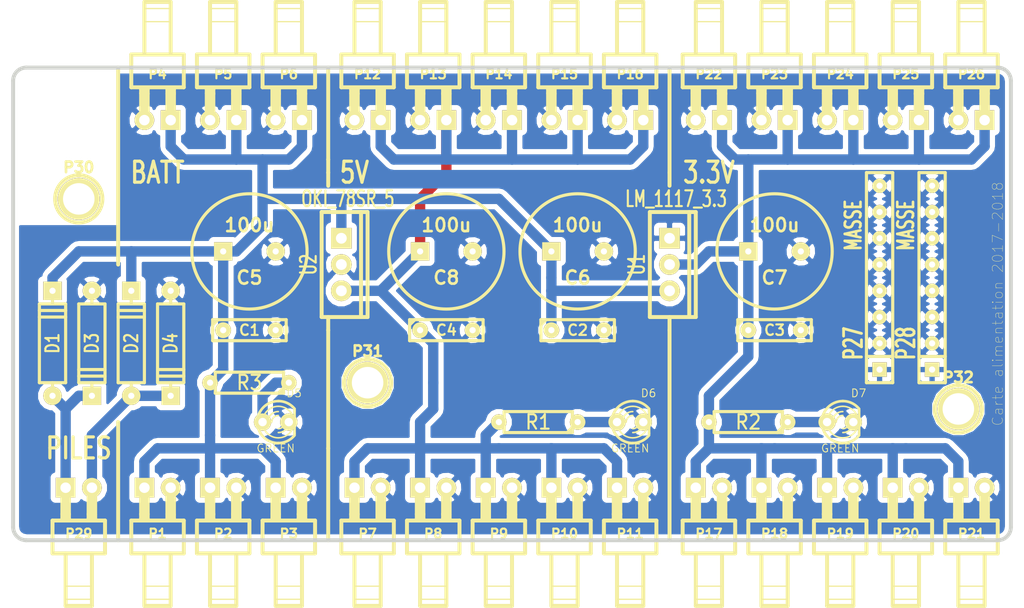
<source format=kicad_pcb>
(kicad_pcb (version 4) (host pcbnew 4.0.7)
  (title_block (title "Carte alimentation") (date "7 feb 2018") (rev v1.0) (company "Centrale Lyon") (comment 1 "Année 2017-2018") (comment 2 "Contacter G. CHARREAUX"))
  (layers (0 Dessus signal) (31 Dessous signal) (34 B.Paste user) (35 F.Paste user) (36 B.SilkS user) (37 F.SilkS user) (38 B.Mask user) (39 F.Mask user) (44 Edge.Cuts user))
  (net 0 "")
  (net 1 +3.3V)
  (net 2 +5V)
  (net 3 +BATT)
  (net 4 GND)
  (net 5 N-000005)
  (net 6 N-000006)
  (net 7 N-000007)
  (net 8 N-000008)
  (net 9 N-000009)
  (module C2 (layer Dessus) (at 139.7 87.63)
    (fp_text reference C1 (at 0 0) (layer F.SilkS) (effects (font (size 1.016 1.016) (thickness 0.2032))))
    (fp_text value 100n hide)
    (pad 1 thru_hole circle (at -2.54 0) (size 1.524 1.524) (drill 0.59944) (layers *.Cu *.Mask F.SilkS) (net 3 +BATT))
    (pad 2 thru_hole circle (at 2.54 0) (size 1.524 1.524) (drill 0.59944) (layers *.Cu *.Mask F.SilkS) (net 4 GND))
  )
  (module C2 (layer Dessus) (at 171.45 87.63)
    (fp_text reference C2 (at 0 0) (layer F.SilkS) (effects (font (size 1.016 1.016) (thickness 0.2032))))
    (fp_text value 100n hide)
    (pad 1 thru_hole circle (at -2.54 0) (size 1.524 1.524) (drill 0.59944) (layers *.Cu *.Mask F.SilkS) (net 3 +BATT))
    (pad 2 thru_hole circle (at 2.54 0) (size 1.524 1.524) (drill 0.59944) (layers *.Cu *.Mask F.SilkS) (net 4 GND))
  )
  (module C2 (layer Dessus) (at 158.75 87.63)
    (fp_text reference C4 (at 0 0) (layer F.SilkS) (effects (font (size 1.016 1.016) (thickness 0.2032))))
    (fp_text value 100n hide)
    (pad 1 thru_hole circle (at -2.54 0) (size 1.524 1.524) (drill 0.59944) (layers *.Cu *.Mask F.SilkS) (net 2 +5V))
    (pad 2 thru_hole circle (at 2.54 0) (size 1.524 1.524) (drill 0.59944) (layers *.Cu *.Mask F.SilkS) (net 4 GND))
  )
  (module C2 (layer Dessus) (at 190.5 87.63)
    (fp_text reference C3 (at 0 0) (layer F.SilkS) (effects (font (size 1.016 1.016) (thickness 0.2032))))
    (fp_text value 100n hide)
    (pad 1 thru_hole circle (at -2.54 0) (size 1.524 1.524) (drill 0.59944) (layers *.Cu *.Mask F.SilkS) (net 1 +3.3V))
    (pad 2 thru_hole circle (at 2.54 0) (size 1.524 1.524) (drill 0.59944) (layers *.Cu *.Mask F.SilkS) (net 4 GND))
  )
  (module C2V10 (layer Dessus) (at 139.7 80.01)
    (fp_text reference C5 (at 0 2.54) (layer F.SilkS) (effects (font (size 1.27 1.27) (thickness 0.254))))
    (fp_text value 100u (at 0 -2.54) (layer F.SilkS) (effects (font (size 1.27 1.27) (thickness 0.254))))
    (pad 1 thru_hole rect (at -2.54 0) (size 1.778 1.778) (drill 0.59944) (layers *.Cu *.Mask F.SilkS) (net 3 +BATT))
    (pad 2 thru_hole circle (at 2.54 0) (size 1.778 1.778) (drill 0.59944) (layers *.Cu *.Mask F.SilkS) (net 4 GND))
  )
  (module C2V10 (layer Dessus) (at 171.45 80.01)
    (fp_text reference C6 (at 0 2.54) (layer F.SilkS) (effects (font (size 1.27 1.27) (thickness 0.254))))
    (fp_text value 100u (at 0 -2.54) (layer F.SilkS) (effects (font (size 1.27 1.27) (thickness 0.254))))
    (pad 1 thru_hole rect (at -2.54 0) (size 1.778 1.778) (drill 0.59944) (layers *.Cu *.Mask F.SilkS) (net 3 +BATT))
    (pad 2 thru_hole circle (at 2.54 0) (size 1.778 1.778) (drill 0.59944) (layers *.Cu *.Mask F.SilkS) (net 4 GND))
  )
  (module R3 (layer Dessus) (at 167.64 96.52 180)
    (fp_text reference R1 (at 0 0 180) (layer F.SilkS) (effects (font (size 1.397 1.27) (thickness 0.2032))))
    (fp_text value 470 hide)
    (pad 1 thru_hole circle (at -3.81 0 180) (size 1.50114 1.50114) (drill 0.59944) (layers *.Cu *.Mask F.SilkS) (net 6 N-000006))
    (pad 2 thru_hole circle (at 3.81 0 180) (size 1.50114 1.50114) (drill 0.59944) (layers *.Cu *.Mask F.SilkS) (net 2 +5V))
  )
  (module R3 (layer Dessus) (at 139.7 92.71 180)
    (fp_text reference R3 (at 0 0 180) (layer F.SilkS) (effects (font (size 1.397 1.27) (thickness 0.2032))))
    (fp_text value 680 hide)
    (pad 1 thru_hole circle (at -3.81 0 180) (size 1.50114 1.50114) (drill 0.59944) (layers *.Cu *.Mask F.SilkS) (net 8 N-000008))
    (pad 2 thru_hole circle (at 3.81 0 180) (size 1.50114 1.50114) (drill 0.59944) (layers *.Cu *.Mask F.SilkS) (net 3 +BATT))
  )
  (module R3 (layer Dessus) (at 187.96 96.52 180)
    (fp_text reference R2 (at 0 0 180) (layer F.SilkS) (effects (font (size 1.397 1.27) (thickness 0.2032))))
    (fp_text value 470 hide)
    (pad 1 thru_hole circle (at -3.81 0 180) (size 1.50114 1.50114) (drill 0.59944) (layers *.Cu *.Mask F.SilkS) (net 7 N-000007))
    (pad 2 thru_hole circle (at 3.81 0 180) (size 1.50114 1.50114) (drill 0.59944) (layers *.Cu *.Mask F.SilkS) (net 1 +3.3V))
  )
  (module TO220_VERTICAL (layer Dessus) (at 148.59 81.28)
    (fp_text reference U2 (at -3.175 0 90) (layer F.SilkS) (effects (font (size 1.524 1.016) (thickness 0.2032))))
    (fp_text value OKI_78SR_5 (at 0.635 -6.35) (layer F.SilkS) (effects (font (size 1.524 1.016) (thickness 0.2032))))
    (pad 2 thru_hole circle (at 0 0) (size 1.99898 1.99898) (drill 1.04902) (layers *.Cu *.Mask F.SilkS) (net 4 GND))
    (pad 3 thru_hole circle (at 0 2.54) (size 1.99898 1.99898) (drill 1.04902) (layers *.Cu *.Mask F.SilkS) (net 2 +5V))
    (pad 1 thru_hole rect (at 0 -2.54) (size 1.99898 1.99898) (drill 1.04902) (layers *.Cu *.Mask F.SilkS) (net 3 +BATT))
  )
  (module TO220_VERTICAL (layer Dessus) (at 180.34 81.28)
    (fp_text reference U1 (at -3.175 0 90) (layer F.SilkS) (effects (font (size 1.524 1.016) (thickness 0.2032))))
    (fp_text value LM_1117_3.3 (at 0.635 -6.35) (layer F.SilkS) (effects (font (size 1.524 1.016) (thickness 0.2032))))
    (pad 2 thru_hole circle (at 0 0) (size 1.99898 1.99898) (drill 1.04902) (layers *.Cu *.Mask F.SilkS) (net 1 +3.3V))
    (pad 3 thru_hole circle (at 0 2.54) (size 1.99898 1.99898) (drill 1.04902) (layers *.Cu *.Mask F.SilkS) (net 3 +BATT))
    (pad 1 thru_hole rect (at 0 -2.54) (size 1.99898 1.99898) (drill 1.04902) (layers *.Cu *.Mask F.SilkS) (net 4 GND))
  )
  (module C2V10 (layer Dessus) (at 190.5 80.01)
    (fp_text reference C7 (at 0 2.54) (layer F.SilkS) (effects (font (size 1.27 1.27) (thickness 0.254))))
    (fp_text value 100u (at 0 -2.54) (layer F.SilkS) (effects (font (size 1.27 1.27) (thickness 0.254))))
    (pad 1 thru_hole rect (at -2.54 0) (size 1.778 1.778) (drill 0.59944) (layers *.Cu *.Mask F.SilkS) (net 1 +3.3V))
    (pad 2 thru_hole circle (at 2.54 0) (size 1.778 1.778) (drill 0.59944) (layers *.Cu *.Mask F.SilkS) (net 4 GND))
  )
  (module C2V10 (layer Dessus) (at 158.75 80.01)
    (fp_text reference C8 (at 0 2.54) (layer F.SilkS) (effects (font (size 1.27 1.27) (thickness 0.254))))
    (fp_text value 100u (at 0 -2.54) (layer F.SilkS) (effects (font (size 1.27 1.27) (thickness 0.254))))
    (pad 1 thru_hole rect (at -2.54 0) (size 1.778 1.778) (drill 0.59944) (layers *.Cu *.Mask F.SilkS) (net 2 +5V))
    (pad 2 thru_hole circle (at 2.54 0) (size 1.778 1.778) (drill 0.59944) (layers *.Cu *.Mask F.SilkS) (net 4 GND))
  )
  (module D4 (layer Dessus) (at 120.65 88.9 90)
    (fp_text reference D1 (at 0 0 90) (layer F.SilkS) (effects (font (size 1.27 1.016) (thickness 0.2032))))
    (fp_text value 5A hide)
    (pad 1 thru_hole circle (at -5.08 0 90) (size 1.778 1.778) (drill 0.59944) (layers *.Cu *.Mask F.SilkS) (net 9 N-000009))
    (pad 2 thru_hole rect (at 5.08 0 90) (size 1.778 1.778) (drill 0.59944) (layers *.Cu *.Mask F.SilkS) (net 3 +BATT))
  )
  (module D4 (layer Dessus) (at 128.27 88.9 90)
    (fp_text reference D2 (at 0 0 90) (layer F.SilkS) (effects (font (size 1.27 1.016) (thickness 0.2032))))
    (fp_text value 5A hide)
    (pad 1 thru_hole circle (at -5.08 0 90) (size 1.778 1.778) (drill 0.59944) (layers *.Cu *.Mask F.SilkS) (net 5 N-000005))
    (pad 2 thru_hole rect (at 5.08 0 90) (size 1.778 1.778) (drill 0.59944) (layers *.Cu *.Mask F.SilkS) (net 3 +BATT))
  )
  (module D4 (layer Dessus) (at 124.46 88.9 270)
    (fp_text reference D3 (at 0 0 270) (layer F.SilkS) (effects (font (size 1.27 1.016) (thickness 0.2032))))
    (fp_text value 5A hide)
    (pad 1 thru_hole circle (at -5.08 0 270) (size 1.778 1.778) (drill 0.59944) (layers *.Cu *.Mask F.SilkS) (net 4 GND))
    (pad 2 thru_hole rect (at 5.08 0 270) (size 1.778 1.778) (drill 0.59944) (layers *.Cu *.Mask F.SilkS) (net 9 N-000009))
  )
  (module D4 (layer Dessus) (at 132.08 88.9 270)
    (fp_text reference D4 (at 0 0 270) (layer F.SilkS) (effects (font (size 1.27 1.016) (thickness 0.2032))))
    (fp_text value 5A hide)
    (pad 1 thru_hole circle (at -5.08 0 270) (size 1.778 1.778) (drill 0.59944) (layers *.Cu *.Mask F.SilkS) (net 4 GND))
    (pad 2 thru_hole rect (at 5.08 0 270) (size 1.778 1.778) (drill 0.59944) (layers *.Cu *.Mask F.SilkS) (net 5 N-000005))
  )
  (module LED-3MM (layer Dessus) (at 142.24 96.52)
    (fp_text reference D5 (at 1.778 -2.794) (layer F.SilkS) (effects (font (size 0.762 0.762) (thickness 0.0889))))
    (fp_text value GREEN (at 0 2.54) (layer F.SilkS) (effects (font (size 0.762 0.762) (thickness 0.0889))))
    (pad 1 thru_hole circle (at -1.27 0) (size 1.6764 1.6764) (drill 0.8128) (layers *.Cu F.Paste F.SilkS F.Mask) (net 8 N-000008))
    (pad 2 thru_hole circle (at 1.27 0) (size 1.6764 1.6764) (drill 0.8128) (layers *.Cu F.Paste F.SilkS F.Mask) (net 4 GND))
  )
  (module LED-3MM (layer Dessus) (at 176.53 96.52)
    (fp_text reference D6 (at 1.778 -2.794) (layer F.SilkS) (effects (font (size 0.762 0.762) (thickness 0.0889))))
    (fp_text value GREEN (at 0 2.54) (layer F.SilkS) (effects (font (size 0.762 0.762) (thickness 0.0889))))
    (pad 1 thru_hole circle (at -1.27 0) (size 1.6764 1.6764) (drill 0.8128) (layers *.Cu F.Paste F.SilkS F.Mask) (net 6 N-000006))
    (pad 2 thru_hole circle (at 1.27 0) (size 1.6764 1.6764) (drill 0.8128) (layers *.Cu F.Paste F.SilkS F.Mask) (net 4 GND))
  )
  (module LED-3MM (layer Dessus) (at 196.85 96.52)
    (fp_text reference D7 (at 1.778 -2.794) (layer F.SilkS) (effects (font (size 0.762 0.762) (thickness 0.0889))))
    (fp_text value GREEN (at 0 2.54) (layer F.SilkS) (effects (font (size 0.762 0.762) (thickness 0.0889))))
    (pad 1 thru_hole circle (at -1.27 0) (size 1.6764 1.6764) (drill 0.8128) (layers *.Cu F.Paste F.SilkS F.Mask) (net 7 N-000007))
    (pad 2 thru_hole circle (at 1.27 0) (size 1.6764 1.6764) (drill 0.8128) (layers *.Cu F.Paste F.SilkS F.Mask) (net 4 GND))
  )
  (module KK_2C (layer Dessus) (at 130.81 102.87)
    (fp_text reference P1 (at 0 4.445) (layer F.SilkS) (effects (font (size 0.889 0.889) (thickness 0.2032))))
    (fp_text value BATT hide)
    (pad 1 thru_hole rect (at -1.27 0) (size 1.905 1.905) (drill 1.016) (layers *.Cu *.Mask F.SilkS) (net 3 +BATT))
    (pad 2 thru_hole circle (at 1.27 0) (size 1.905 1.905) (drill 1.016) (layers *.Cu *.Mask F.SilkS) (net 4 GND))
  )
  (module KK_2C (layer Dessus) (at 137.16 102.87)
    (fp_text reference P2 (at 0 4.445) (layer F.SilkS) (effects (font (size 0.889 0.889) (thickness 0.2032))))
    (fp_text value BATT hide)
    (pad 1 thru_hole rect (at -1.27 0) (size 1.905 1.905) (drill 1.016) (layers *.Cu *.Mask F.SilkS) (net 3 +BATT))
    (pad 2 thru_hole circle (at 1.27 0) (size 1.905 1.905) (drill 1.016) (layers *.Cu *.Mask F.SilkS) (net 4 GND))
  )
  (module KK_2C (layer Dessus) (at 143.51 102.87)
    (fp_text reference P3 (at 0 4.445) (layer F.SilkS) (effects (font (size 0.889 0.889) (thickness 0.2032))))
    (fp_text value BATT hide)
    (pad 1 thru_hole rect (at -1.27 0) (size 1.905 1.905) (drill 1.016) (layers *.Cu *.Mask F.SilkS) (net 3 +BATT))
    (pad 2 thru_hole circle (at 1.27 0) (size 1.905 1.905) (drill 1.016) (layers *.Cu *.Mask F.SilkS) (net 4 GND))
  )
  (module KK_2C (layer Dessus) (at 130.81 67.31 180)
    (fp_text reference P4 (at 0 4.445 180) (layer F.SilkS) (effects (font (size 0.889 0.889) (thickness 0.2032))))
    (fp_text value BATT hide)
    (pad 1 thru_hole rect (at -1.27 0 180) (size 1.905 1.905) (drill 1.016) (layers *.Cu *.Mask F.SilkS) (net 3 +BATT))
    (pad 2 thru_hole circle (at 1.27 0 180) (size 1.905 1.905) (drill 1.016) (layers *.Cu *.Mask F.SilkS) (net 4 GND))
  )
  (module KK_2C (layer Dessus) (at 137.16 67.31 180)
    (fp_text reference P5 (at 0 4.445 180) (layer F.SilkS) (effects (font (size 0.889 0.889) (thickness 0.2032))))
    (fp_text value BATT hide)
    (pad 1 thru_hole rect (at -1.27 0 180) (size 1.905 1.905) (drill 1.016) (layers *.Cu *.Mask F.SilkS) (net 3 +BATT))
    (pad 2 thru_hole circle (at 1.27 0 180) (size 1.905 1.905) (drill 1.016) (layers *.Cu *.Mask F.SilkS) (net 4 GND))
  )
  (module KK_2C (layer Dessus) (at 143.51 67.31 180)
    (fp_text reference P6 (at 0 4.445 180) (layer F.SilkS) (effects (font (size 0.889 0.889) (thickness 0.2032))))
    (fp_text value BATT hide)
    (pad 1 thru_hole rect (at -1.27 0 180) (size 1.905 1.905) (drill 1.016) (layers *.Cu *.Mask F.SilkS) (net 3 +BATT))
    (pad 2 thru_hole circle (at 1.27 0 180) (size 1.905 1.905) (drill 1.016) (layers *.Cu *.Mask F.SilkS) (net 4 GND))
  )
  (module KK_2C (layer Dessus) (at 151.13 102.87)
    (fp_text reference P7 (at 0 4.445) (layer F.SilkS) (effects (font (size 0.889 0.889) (thickness 0.2032))))
    (fp_text value 5V hide)
    (pad 1 thru_hole rect (at -1.27 0) (size 1.905 1.905) (drill 1.016) (layers *.Cu *.Mask F.SilkS) (net 2 +5V))
    (pad 2 thru_hole circle (at 1.27 0) (size 1.905 1.905) (drill 1.016) (layers *.Cu *.Mask F.SilkS) (net 4 GND))
  )
  (module KK_2C (layer Dessus) (at 157.48 102.87)
    (fp_text reference P8 (at 0 4.445) (layer F.SilkS) (effects (font (size 0.889 0.889) (thickness 0.2032))))
    (fp_text value 5V hide)
    (pad 1 thru_hole rect (at -1.27 0) (size 1.905 1.905) (drill 1.016) (layers *.Cu *.Mask F.SilkS) (net 2 +5V))
    (pad 2 thru_hole circle (at 1.27 0) (size 1.905 1.905) (drill 1.016) (layers *.Cu *.Mask F.SilkS) (net 4 GND))
  )
  (module KK_2C (layer Dessus) (at 163.83 102.87)
    (fp_text reference P9 (at 0 4.445) (layer F.SilkS) (effects (font (size 0.889 0.889) (thickness 0.2032))))
    (fp_text value 5V hide)
    (pad 1 thru_hole rect (at -1.27 0) (size 1.905 1.905) (drill 1.016) (layers *.Cu *.Mask F.SilkS) (net 2 +5V))
    (pad 2 thru_hole circle (at 1.27 0) (size 1.905 1.905) (drill 1.016) (layers *.Cu *.Mask F.SilkS) (net 4 GND))
  )
  (module KK_2C (layer Dessus) (at 170.18 102.87)
    (fp_text reference P10 (at 0 4.445) (layer F.SilkS) (effects (font (size 0.889 0.889) (thickness 0.2032))))
    (fp_text value 5V hide)
    (pad 1 thru_hole rect (at -1.27 0) (size 1.905 1.905) (drill 1.016) (layers *.Cu *.Mask F.SilkS) (net 2 +5V))
    (pad 2 thru_hole circle (at 1.27 0) (size 1.905 1.905) (drill 1.016) (layers *.Cu *.Mask F.SilkS) (net 4 GND))
  )
  (module KK_2C (layer Dessus) (at 176.53 102.87)
    (fp_text reference P11 (at 0 4.445) (layer F.SilkS) (effects (font (size 0.889 0.889) (thickness 0.2032))))
    (fp_text value 5V hide)
    (pad 1 thru_hole rect (at -1.27 0) (size 1.905 1.905) (drill 1.016) (layers *.Cu *.Mask F.SilkS) (net 2 +5V))
    (pad 2 thru_hole circle (at 1.27 0) (size 1.905 1.905) (drill 1.016) (layers *.Cu *.Mask F.SilkS) (net 4 GND))
  )
  (module KK_2C (layer Dessus) (at 151.13 67.31 180)
    (fp_text reference P12 (at 0 4.445 180) (layer F.SilkS) (effects (font (size 0.889 0.889) (thickness 0.2032))))
    (fp_text value 5V hide)
    (pad 1 thru_hole rect (at -1.27 0 180) (size 1.905 1.905) (drill 1.016) (layers *.Cu *.Mask F.SilkS) (net 2 +5V))
    (pad 2 thru_hole circle (at 1.27 0 180) (size 1.905 1.905) (drill 1.016) (layers *.Cu *.Mask F.SilkS) (net 4 GND))
  )
  (module KK_2C (layer Dessus) (at 157.48 67.31 180)
    (fp_text reference P13 (at 0 4.445 180) (layer F.SilkS) (effects (font (size 0.889 0.889) (thickness 0.2032))))
    (fp_text value 5V hide)
    (pad 1 thru_hole rect (at -1.27 0 180) (size 1.905 1.905) (drill 1.016) (layers *.Cu *.Mask F.SilkS) (net 2 +5V))
    (pad 2 thru_hole circle (at 1.27 0 180) (size 1.905 1.905) (drill 1.016) (layers *.Cu *.Mask F.SilkS) (net 4 GND))
  )
  (module KK_2C (layer Dessus) (at 163.83 67.31 180)
    (fp_text reference P14 (at 0 4.445 180) (layer F.SilkS) (effects (font (size 0.889 0.889) (thickness 0.2032))))
    (fp_text value 5V hide)
    (pad 1 thru_hole rect (at -1.27 0 180) (size 1.905 1.905) (drill 1.016) (layers *.Cu *.Mask F.SilkS) (net 2 +5V))
    (pad 2 thru_hole circle (at 1.27 0 180) (size 1.905 1.905) (drill 1.016) (layers *.Cu *.Mask F.SilkS) (net 4 GND))
  )
  (module KK_2C (layer Dessus) (at 170.18 67.31 180)
    (fp_text reference P15 (at 0 4.445 180) (layer F.SilkS) (effects (font (size 0.889 0.889) (thickness 0.2032))))
    (fp_text value 5V hide)
    (pad 1 thru_hole rect (at -1.27 0 180) (size 1.905 1.905) (drill 1.016) (layers *.Cu *.Mask F.SilkS) (net 2 +5V))
    (pad 2 thru_hole circle (at 1.27 0 180) (size 1.905 1.905) (drill 1.016) (layers *.Cu *.Mask F.SilkS) (net 4 GND))
  )
  (module KK_2C (layer Dessus) (at 176.53 67.31 180)
    (fp_text reference P16 (at 0 4.445 180) (layer F.SilkS) (effects (font (size 0.889 0.889) (thickness 0.2032))))
    (fp_text value 5V hide)
    (pad 1 thru_hole rect (at -1.27 0 180) (size 1.905 1.905) (drill 1.016) (layers *.Cu *.Mask F.SilkS) (net 2 +5V))
    (pad 2 thru_hole circle (at 1.27 0 180) (size 1.905 1.905) (drill 1.016) (layers *.Cu *.Mask F.SilkS) (net 4 GND))
  )
  (module KK_2C (layer Dessus) (at 184.15 102.87)
    (fp_text reference P17 (at 0 4.445) (layer F.SilkS) (effects (font (size 0.889 0.889) (thickness 0.2032))))
    (fp_text value 3.3V hide)
    (pad 1 thru_hole rect (at -1.27 0) (size 1.905 1.905) (drill 1.016) (layers *.Cu *.Mask F.SilkS) (net 1 +3.3V))
    (pad 2 thru_hole circle (at 1.27 0) (size 1.905 1.905) (drill 1.016) (layers *.Cu *.Mask F.SilkS) (net 4 GND))
  )
  (module KK_2C (layer Dessus) (at 190.5 102.87)
    (fp_text reference P18 (at 0 4.445) (layer F.SilkS) (effects (font (size 0.889 0.889) (thickness 0.2032))))
    (fp_text value 3.3V hide)
    (pad 1 thru_hole rect (at -1.27 0) (size 1.905 1.905) (drill 1.016) (layers *.Cu *.Mask F.SilkS) (net 1 +3.3V))
    (pad 2 thru_hole circle (at 1.27 0) (size 1.905 1.905) (drill 1.016) (layers *.Cu *.Mask F.SilkS) (net 4 GND))
  )
  (module KK_2C (layer Dessus) (at 196.85 102.87)
    (fp_text reference P19 (at 0 4.445) (layer F.SilkS) (effects (font (size 0.889 0.889) (thickness 0.2032))))
    (fp_text value 3.3V hide)
    (pad 1 thru_hole rect (at -1.27 0) (size 1.905 1.905) (drill 1.016) (layers *.Cu *.Mask F.SilkS) (net 1 +3.3V))
    (pad 2 thru_hole circle (at 1.27 0) (size 1.905 1.905) (drill 1.016) (layers *.Cu *.Mask F.SilkS) (net 4 GND))
  )
  (module KK_2C (layer Dessus) (at 203.2 102.87)
    (fp_text reference P20 (at 0 4.445) (layer F.SilkS) (effects (font (size 0.889 0.889) (thickness 0.2032))))
    (fp_text value 3.3V hide)
    (pad 1 thru_hole rect (at -1.27 0) (size 1.905 1.905) (drill 1.016) (layers *.Cu *.Mask F.SilkS) (net 1 +3.3V))
    (pad 2 thru_hole circle (at 1.27 0) (size 1.905 1.905) (drill 1.016) (layers *.Cu *.Mask F.SilkS) (net 4 GND))
  )
  (module KK_2C (layer Dessus) (at 209.55 102.87)
    (fp_text reference P21 (at 0 4.445) (layer F.SilkS) (effects (font (size 0.889 0.889) (thickness 0.2032))))
    (fp_text value 3.3V hide)
    (pad 1 thru_hole rect (at -1.27 0) (size 1.905 1.905) (drill 1.016) (layers *.Cu *.Mask F.SilkS) (net 1 +3.3V))
    (pad 2 thru_hole circle (at 1.27 0) (size 1.905 1.905) (drill 1.016) (layers *.Cu *.Mask F.SilkS) (net 4 GND))
  )
  (module KK_2C (layer Dessus) (at 184.15 67.31 180)
    (fp_text reference P22 (at 0 4.445 180) (layer F.SilkS) (effects (font (size 0.889 0.889) (thickness 0.2032))))
    (fp_text value 3.3V hide)
    (pad 1 thru_hole rect (at -1.27 0 180) (size 1.905 1.905) (drill 1.016) (layers *.Cu *.Mask F.SilkS) (net 1 +3.3V))
    (pad 2 thru_hole circle (at 1.27 0 180) (size 1.905 1.905) (drill 1.016) (layers *.Cu *.Mask F.SilkS) (net 4 GND))
  )
  (module KK_2C (layer Dessus) (at 190.5 67.31 180)
    (fp_text reference P23 (at 0 4.445 180) (layer F.SilkS) (effects (font (size 0.889 0.889) (thickness 0.2032))))
    (fp_text value 3.3V hide)
    (pad 1 thru_hole rect (at -1.27 0 180) (size 1.905 1.905) (drill 1.016) (layers *.Cu *.Mask F.SilkS) (net 1 +3.3V))
    (pad 2 thru_hole circle (at 1.27 0 180) (size 1.905 1.905) (drill 1.016) (layers *.Cu *.Mask F.SilkS) (net 4 GND))
  )
  (module KK_2C (layer Dessus) (at 196.85 67.31 180)
    (fp_text reference P24 (at 0 4.445 180) (layer F.SilkS) (effects (font (size 0.889 0.889) (thickness 0.2032))))
    (fp_text value 3.3V hide)
    (pad 1 thru_hole rect (at -1.27 0 180) (size 1.905 1.905) (drill 1.016) (layers *.Cu *.Mask F.SilkS) (net 1 +3.3V))
    (pad 2 thru_hole circle (at 1.27 0 180) (size 1.905 1.905) (drill 1.016) (layers *.Cu *.Mask F.SilkS) (net 4 GND))
  )
  (module KK_2C (layer Dessus) (at 203.2 67.31 180)
    (fp_text reference P25 (at 0 4.445 180) (layer F.SilkS) (effects (font (size 0.889 0.889) (thickness 0.2032))))
    (fp_text value 3.3V hide)
    (pad 1 thru_hole rect (at -1.27 0 180) (size 1.905 1.905) (drill 1.016) (layers *.Cu *.Mask F.SilkS) (net 1 +3.3V))
    (pad 2 thru_hole circle (at 1.27 0 180) (size 1.905 1.905) (drill 1.016) (layers *.Cu *.Mask F.SilkS) (net 4 GND))
  )
  (module KK_2C (layer Dessus) (at 209.55 67.31 180)
    (fp_text reference P26 (at 0 4.445 180) (layer F.SilkS) (effects (font (size 0.889 0.889) (thickness 0.2032))))
    (fp_text value 3.3V hide)
    (pad 1 thru_hole rect (at -1.27 0 180) (size 1.905 1.905) (drill 1.016) (layers *.Cu *.Mask F.SilkS) (net 1 +3.3V))
    (pad 2 thru_hole circle (at 1.27 0 180) (size 1.905 1.905) (drill 1.016) (layers *.Cu *.Mask F.SilkS) (net 4 GND))
  )
  (module SIL-8 (layer Dessus) (at 200.66 82.55 90)
    (fp_text reference P27 (at -6.35 -2.54 90) (layer F.SilkS) (effects (font (size 1.72974 1.08712) (thickness 0.27178))))
    (fp_text value MASSE (at 5.08 -2.54 90) (layer F.SilkS) (effects (font (size 1.524 1.016) (thickness 0.254))))
    (pad 1 thru_hole rect (at -8.89 0 90) (size 1.397 1.397) (drill 0.59944) (layers *.Cu *.Mask F.SilkS) (net 4 GND))
    (pad 2 thru_hole circle (at -6.35 0 90) (size 1.397 1.397) (drill 0.59944) (layers *.Cu *.Mask F.SilkS) (net 4 GND))
    (pad 3 thru_hole circle (at -3.81 0 90) (size 1.397 1.397) (drill 0.59944) (layers *.Cu *.Mask F.SilkS) (net 4 GND))
    (pad 4 thru_hole circle (at -1.27 0 90) (size 1.397 1.397) (drill 0.59944) (layers *.Cu *.Mask F.SilkS) (net 4 GND))
    (pad 5 thru_hole circle (at 1.27 0 90) (size 1.397 1.397) (drill 0.59944) (layers *.Cu *.Mask F.SilkS) (net 4 GND))
    (pad 6 thru_hole circle (at 3.81 0 90) (size 1.397 1.397) (drill 0.59944) (layers *.Cu *.Mask F.SilkS) (net 4 GND))
    (pad 7 thru_hole circle (at 6.35 0 90) (size 1.397 1.397) (drill 0.59944) (layers *.Cu *.Mask F.SilkS) (net 4 GND))
    (pad 8 thru_hole circle (at 8.89 0 90) (size 1.397 1.397) (drill 0.59944) (layers *.Cu *.Mask F.SilkS) (net 4 GND))
  )
  (module SIL-8 (layer Dessus) (at 205.74 82.55 90)
    (fp_text reference P28 (at -6.35 -2.54 90) (layer F.SilkS) (effects (font (size 1.72974 1.08712) (thickness 0.27178))))
    (fp_text value MASSE (at 5.08 -2.54 90) (layer F.SilkS) (effects (font (size 1.524 1.016) (thickness 0.254))))
    (pad 1 thru_hole rect (at -8.89 0 90) (size 1.397 1.397) (drill 0.59944) (layers *.Cu *.Mask F.SilkS) (net 4 GND))
    (pad 2 thru_hole circle (at -6.35 0 90) (size 1.397 1.397) (drill 0.59944) (layers *.Cu *.Mask F.SilkS) (net 4 GND))
    (pad 3 thru_hole circle (at -3.81 0 90) (size 1.397 1.397) (drill 0.59944) (layers *.Cu *.Mask F.SilkS) (net 4 GND))
    (pad 4 thru_hole circle (at -1.27 0 90) (size 1.397 1.397) (drill 0.59944) (layers *.Cu *.Mask F.SilkS) (net 4 GND))
    (pad 5 thru_hole circle (at 1.27 0 90) (size 1.397 1.397) (drill 0.59944) (layers *.Cu *.Mask F.SilkS) (net 4 GND))
    (pad 6 thru_hole circle (at 3.81 0 90) (size 1.397 1.397) (drill 0.59944) (layers *.Cu *.Mask F.SilkS) (net 4 GND))
    (pad 7 thru_hole circle (at 6.35 0 90) (size 1.397 1.397) (drill 0.59944) (layers *.Cu *.Mask F.SilkS) (net 4 GND))
    (pad 8 thru_hole circle (at 8.89 0 90) (size 1.397 1.397) (drill 0.59944) (layers *.Cu *.Mask F.SilkS) (net 4 GND))
  )
  (module KK_2C (layer Dessus) (at 123.19 102.87)
    (fp_text reference P29 (at 0 4.445) (layer F.SilkS) (effects (font (size 0.889 0.889) (thickness 0.2032))))
    (fp_text value PILES hide)
    (pad 1 thru_hole rect (at -1.27 0) (size 1.905 1.905) (drill 1.016) (layers *.Cu *.Mask F.SilkS) (net 9 N-000009))
    (pad 2 thru_hole circle (at 1.27 0) (size 1.905 1.905) (drill 1.016) (layers *.Cu *.Mask F.SilkS) (net 5 N-000005))
  )
  (module 1pin (layer Dessus) (at 208.28 95.25)
    (fp_text reference P32 (at 0 -3.048) (layer F.SilkS) (effects (font (size 1.016 1.016) (thickness 0.254))))
    (fp_text value CONN_1 hide)
    (pad 1 thru_hole circle (at 0 0) (size 4.064 4.064) (drill 3.048) (layers *.Cu *.Mask F.SilkS))
  )
  (module 1pin (layer Dessus) (at 151.13 92.71)
    (fp_text reference P31 (at 0 -3.048) (layer F.SilkS) (effects (font (size 1.016 1.016) (thickness 0.254))))
    (fp_text value CONN_1 hide)
    (pad 1 thru_hole circle (at 0 0) (size 4.064 4.064) (drill 3.048) (layers *.Cu *.Mask F.SilkS))
  )
  (module 1pin (layer Dessus) (at 123.19 74.93)
    (fp_text reference P30 (at 0 -3.048) (layer F.SilkS) (effects (font (size 1.016 1.016) (thickness 0.254))))
    (fp_text value CONN_1 hide)
    (pad 1 thru_hole circle (at 0 0) (size 4.064 4.064) (drill 3.048) (layers *.Cu *.Mask F.SilkS))
  )
  (gr_text "Carte alimentation 2017-2018" (at 212.09 85.09 90) (layer F.SilkS) (effects (font (size 1.00076 1.00076) (thickness 0.03302))))
  (gr_line (start 147.32 72.39) (end 147.32 73.66) (angle 90) (layer F.SilkS) (width 0.381))
  (gr_line (start 180.34 72.39) (end 180.34 73.66) (angle 90) (layer F.SilkS) (width 0.381))
  (gr_line (start 180.34 87.63) (end 180.34 86.36) (angle 90) (layer F.SilkS) (width 0.381))
  (gr_line (start 180.34 87.63) (end 180.34 107.95) (angle 90) (layer F.SilkS) (width 0.381))
  (gr_line (start 147.32 71.12) (end 147.32 72.39) (angle 90) (layer F.SilkS) (width 0.381))
  (gr_line (start 180.34 62.23) (end 180.34 72.39) (angle 90) (layer F.SilkS) (width 0.381))
  (gr_line (start 147.32 71.12) (end 147.32 62.23) (angle 90) (layer F.SilkS) (width 0.381))
  (gr_line (start 147.32 87.63) (end 147.32 86.36) (angle 90) (layer F.SilkS) (width 0.381))
  (gr_line (start 147.32 99.06) (end 147.32 87.63) (angle 90) (layer F.SilkS) (width 0.381))
  (gr_line (start 147.32 107.95) (end 147.32 99.06) (angle 90) (layer F.SilkS) (width 0.381))
  (gr_line (start 127 96.52) (end 127 107.95) (angle 90) (layer F.SilkS) (width 0.381))
  (gr_line (start 127 62.23) (end 127 81.28) (angle 90) (layer F.SilkS) (width 0.381))
  (gr_arc (start 212.09 106.68) (end 213.36 106.68) (angle 90) (layer Edge.Cuts) (width 0.381))
  (gr_text BATT (at 130.81 72.39) (layer F.SilkS) (effects (font (size 2.032 1.524) (thickness 0.3048))))
  (gr_text PILES (at 123.19 99.06) (layer F.SilkS) (effects (font (size 2.032 1.524) (thickness 0.3048))))
  (gr_text 3.3V (at 184.15 72.39) (layer F.SilkS) (effects (font (size 2.032 1.524) (thickness 0.3048))))
  (gr_text 5V (at 149.86 72.39) (layer F.SilkS) (effects (font (size 2.032 1.524) (thickness 0.3048))))
  (gr_line (start 118.11 62.23) (end 212.09 62.23) (angle 90) (layer Edge.Cuts) (width 0.381))
  (gr_line (start 116.84 106.68) (end 116.84 63.5) (angle 90) (layer Edge.Cuts) (width 0.381))
  (gr_line (start 212.09 107.95) (end 118.11 107.95) (angle 90) (layer Edge.Cuts) (width 0.381))
  (gr_line (start 213.36 63.5) (end 213.36 106.68) (angle 90) (layer Edge.Cuts) (width 0.381))
  (gr_arc (start 212.09 63.5) (end 212.09 62.23) (angle 90) (layer Edge.Cuts) (width 0.381))
  (gr_arc (start 118.11 106.68) (end 118.11 107.95) (angle 90) (layer Edge.Cuts) (width 0.381))
  (gr_arc (start 118.11 63.5) (end 116.84 63.5) (angle 90) (layer Edge.Cuts) (width 0.381))
  (segment (start 201.93 102.87) (end 201.93 99.06) (width 1.00076) (layer Dessous) (net 1))
  (segment (start 186.69 71.12) (end 187.96 71.12) (width 1.00076) (layer Dessous) (net 1))
  (segment (start 187.96 87.63) (end 187.96 90.17) (width 1.00076) (layer Dessous) (net 1))
  (segment (start 184.15 93.98) (end 184.15 96.52) (width 1.00076) (layer Dessous) (net 1))
  (segment (start 204.47 71.12) (end 209.55 71.12) (width 1.00076) (layer Dessous) (net 1))
  (segment (start 198.12 71.12) (end 204.47 71.12) (width 1.00076) (layer Dessous) (net 1))
  (segment (start 191.77 71.12) (end 198.12 71.12) (width 1.00076) (layer Dessous) (net 1))
  (segment (start 187.96 71.12) (end 191.77 71.12) (width 1.00076) (layer Dessous) (net 1))
  (segment (start 209.55 71.12) (end 210.82 69.85) (width 1.00076) (layer Dessous) (net 1))
  (segment (start 210.82 69.85) (end 210.82 67.31) (width 1.00076) (layer Dessous) (net 1))
  (segment (start 185.42 69.85) (end 186.69 71.12) (width 1.00076) (layer Dessous) (net 1))
  (segment (start 187.96 90.17) (end 184.15 93.98) (width 1.00076) (layer Dessous) (net 1))
  (segment (start 185.42 67.31) (end 185.42 69.85) (width 1.00076) (layer Dessous) (net 1))
  (segment (start 204.47 67.31) (end 204.47 71.12) (width 1.00076) (layer Dessous) (net 1))
  (segment (start 198.12 67.31) (end 198.12 71.12) (width 1.00076) (layer Dessous) (net 1))
  (segment (start 191.77 67.31) (end 191.77 71.12) (width 1.00076) (layer Dessous) (net 1))
  (segment (start 187.96 80.01) (end 187.96 71.12) (width 1.00076) (layer Dessous) (net 1))
  (segment (start 187.96 80.01) (end 187.96 87.63) (width 1.00076) (layer Dessous) (net 1))
  (segment (start 184.15 99.06) (end 182.88 100.33) (width 1.00076) (layer Dessous) (net 1))
  (segment (start 182.88 100.33) (end 182.88 102.87) (width 1.00076) (layer Dessous) (net 1))
  (segment (start 208.28 102.87) (end 208.28 100.33) (width 1.00076) (layer Dessous) (net 1))
  (segment (start 195.58 99.06) (end 190.5 99.06) (width 1.00076) (layer Dessous) (net 1))
  (segment (start 196.85 99.06) (end 195.58 99.06) (width 1.00076) (layer Dessous) (net 1))
  (segment (start 201.93 99.06) (end 203.2 99.06) (width 1.00076) (layer Dessous) (net 1))
  (segment (start 196.85 99.06) (end 201.93 99.06) (width 1.00076) (layer Dessous) (net 1))
  (segment (start 207.01 99.06) (end 203.2 99.06) (width 1.00076) (layer Dessous) (net 1))
  (segment (start 208.28 100.33) (end 207.01 99.06) (width 1.00076) (layer Dessous) (net 1))
  (segment (start 189.23 99.06) (end 184.15 99.06) (width 1.00076) (layer Dessous) (net 1))
  (segment (start 190.5 99.06) (end 189.23 99.06) (width 1.00076) (layer Dessous) (net 1))
  (segment (start 189.23 102.87) (end 189.23 99.06) (width 1.00076) (layer Dessous) (net 1))
  (segment (start 184.15 96.52) (end 184.15 99.06) (width 1.00076) (layer Dessous) (net 1))
  (segment (start 195.58 102.87) (end 195.58 99.06) (width 1.00076) (layer Dessous) (net 1))
  (segment (start 182.88 81.28) (end 184.15 80.01) (width 1.00076) (layer Dessous) (net 1))
  (segment (start 184.15 80.01) (end 187.96 80.01) (width 1.00076) (layer Dessous) (net 1))
  (segment (start 180.34 81.28) (end 182.88 81.28) (width 1.00076) (layer Dessous) (net 1))
  (segment (start 156.21 102.87) (end 156.21 99.06) (width 1.00076) (layer Dessous) (net 2))
  (segment (start 152.4 69.85) (end 153.67 71.12) (width 1.00076) (layer Dessous) (net 2))
  (segment (start 171.45 71.12) (end 176.53 71.12) (width 1.00076) (layer Dessous) (net 2))
  (segment (start 165.1 71.12) (end 171.45 71.12) (width 1.00076) (layer Dessous) (net 2))
  (segment (start 158.75 71.12) (end 165.1 71.12) (width 1.00076) (layer Dessous) (net 2))
  (segment (start 153.67 71.12) (end 158.75 71.12) (width 1.00076) (layer Dessous) (net 2))
  (segment (start 176.53 71.12) (end 177.8 69.85) (width 1.00076) (layer Dessous) (net 2))
  (segment (start 177.8 69.85) (end 177.8 67.31) (width 1.00076) (layer Dessous) (net 2))
  (segment (start 152.4 67.31) (end 152.4 69.85) (width 1.00076) (layer Dessous) (net 2))
  (segment (start 171.45 67.31) (end 171.45 71.12) (width 1.00076) (layer Dessous) (net 2))
  (segment (start 165.1 67.31) (end 165.1 71.12) (width 1.00076) (layer Dessous) (net 2))
  (segment (start 158.75 67.31) (end 158.75 71.12) (width 1.00076) (layer Dessous) (net 2))
  (segment (start 156.21 87.63) (end 157.48 88.9) (width 1.00076) (layer Dessous) (net 2))
  (segment (start 157.48 88.9) (end 157.48 92.71) (width 1.00076) (layer Dessous) (net 2))
  (segment (start 168.91 99.06) (end 173.99 99.06) (width 1.00076) (layer Dessous) (net 2))
  (segment (start 163.83 99.06) (end 168.91 99.06) (width 1.00076) (layer Dessous) (net 2))
  (segment (start 162.56 99.06) (end 163.83 99.06) (width 1.00076) (layer Dessous) (net 2))
  (segment (start 156.21 99.06) (end 162.56 99.06) (width 1.00076) (layer Dessous) (net 2))
  (segment (start 173.99 99.06) (end 175.26 100.33) (width 1.00076) (layer Dessous) (net 2))
  (segment (start 175.26 100.33) (end 175.26 102.87) (width 1.00076) (layer Dessous) (net 2))
  (segment (start 151.13 99.06) (end 156.21 99.06) (width 1.00076) (layer Dessous) (net 2))
  (segment (start 149.86 100.33) (end 151.13 99.06) (width 1.00076) (layer Dessous) (net 2))
  (segment (start 149.86 102.87) (end 149.86 100.33) (width 1.00076) (layer Dessous) (net 2))
  (segment (start 162.56 99.06) (end 162.56 102.87) (width 1.00076) (layer Dessous) (net 2))
  (segment (start 162.56 97.79) (end 163.83 96.52) (width 1.00076) (layer Dessous) (net 2))
  (segment (start 162.56 99.06) (end 162.56 97.79) (width 1.00076) (layer Dessous) (net 2))
  (segment (start 168.91 102.87) (end 168.91 99.06) (width 1.00076) (layer Dessous) (net 2))
  (segment (start 157.48 92.71) (end 157.48 95.25) (width 1.00076) (layer Dessous) (net 2))
  (segment (start 157.48 95.25) (end 156.21 96.52) (width 1.00076) (layer Dessous) (net 2))
  (segment (start 156.21 96.52) (end 156.21 99.06) (width 1.00076) (layer Dessous) (net 2))
  (segment (start 152.4 83.82) (end 156.21 80.01) (width 1.00076) (layer Dessous) (net 2))
  (segment (start 156.21 87.63) (end 152.4 83.82) (width 1.00076) (layer Dessous) (net 2))
  (segment (start 152.4 83.82) (end 148.59 83.82) (width 1.00076) (layer Dessous) (net 2))
  (segment (start 156.21 74.93) (end 158.75 72.39) (width 1.00076) (layer Dessus) (net 2))
  (segment (start 158.75 72.39) (end 158.75 67.31) (width 1.00076) (layer Dessus) (net 2))
  (segment (start 156.21 80.01) (end 156.21 74.93) (width 1.00076) (layer Dessus) (net 2))
  (segment (start 120.65 82.55) (end 123.19 80.01) (width 1.00076) (layer Dessous) (net 3))
  (segment (start 128.27 80.01) (end 137.16 80.01) (width 1.00076) (layer Dessous) (net 3))
  (segment (start 123.19 80.01) (end 128.27 80.01) (width 1.00076) (layer Dessous) (net 3))
  (segment (start 120.65 83.82) (end 120.65 82.55) (width 1.00076) (layer Dessous) (net 3))
  (segment (start 128.27 83.82) (end 128.27 80.01) (width 1.00076) (layer Dessous) (net 3))
  (segment (start 132.08 69.85) (end 133.35 71.12) (width 1.00076) (layer Dessous) (net 3))
  (segment (start 138.43 71.12) (end 140.97 71.12) (width 1.00076) (layer Dessous) (net 3))
  (segment (start 133.35 71.12) (end 138.43 71.12) (width 1.00076) (layer Dessous) (net 3))
  (segment (start 143.51 71.12) (end 144.78 69.85) (width 1.00076) (layer Dessous) (net 3))
  (segment (start 140.97 71.12) (end 143.51 71.12) (width 1.00076) (layer Dessous) (net 3))
  (segment (start 144.78 69.85) (end 144.78 67.31) (width 1.00076) (layer Dessous) (net 3))
  (segment (start 132.08 67.31) (end 132.08 69.85) (width 1.00076) (layer Dessous) (net 3))
  (segment (start 138.43 67.31) (end 138.43 71.12) (width 1.00076) (layer Dessous) (net 3))
  (segment (start 138.43 80.01) (end 140.97 77.47) (width 1.00076) (layer Dessous) (net 3))
  (segment (start 137.16 80.01) (end 138.43 80.01) (width 1.00076) (layer Dessous) (net 3))
  (segment (start 140.97 74.93) (end 140.97 71.12) (width 1.00076) (layer Dessous) (net 3))
  (segment (start 140.97 77.47) (end 140.97 74.93) (width 1.00076) (layer Dessous) (net 3))
  (segment (start 137.16 80.01) (end 137.16 87.63) (width 1.00076) (layer Dessous) (net 3))
  (segment (start 168.91 80.01) (end 168.91 82.55) (width 1.00076) (layer Dessous) (net 3))
  (segment (start 168.91 83.82) (end 168.91 87.63) (width 1.00076) (layer Dessous) (net 3))
  (segment (start 168.91 82.55) (end 168.91 83.82) (width 1.00076) (layer Dessous) (net 3))
  (segment (start 129.54 100.33) (end 130.81 99.06) (width 1.00076) (layer Dessous) (net 3))
  (segment (start 135.89 99.06) (end 140.97 99.06) (width 1.00076) (layer Dessous) (net 3))
  (segment (start 130.81 99.06) (end 135.89 99.06) (width 1.00076) (layer Dessous) (net 3))
  (segment (start 140.97 99.06) (end 142.24 100.33) (width 1.00076) (layer Dessous) (net 3))
  (segment (start 142.24 100.33) (end 142.24 102.87) (width 1.00076) (layer Dessous) (net 3))
  (segment (start 129.54 102.87) (end 129.54 100.33) (width 1.00076) (layer Dessous) (net 3))
  (segment (start 135.89 102.87) (end 135.89 99.06) (width 1.00076) (layer Dessous) (net 3))
  (segment (start 135.89 97.79) (end 135.89 99.06) (width 1.00076) (layer Dessous) (net 3))
  (segment (start 135.89 92.71) (end 135.89 97.79) (width 1.00076) (layer Dessous) (net 3))
  (segment (start 137.16 91.44) (end 137.16 87.63) (width 1.00076) (layer Dessous) (net 3))
  (segment (start 135.89 92.71) (end 137.16 91.44) (width 1.00076) (layer Dessous) (net 3))
  (segment (start 163.83 74.93) (end 166.37 77.47) (width 1.00076) (layer Dessous) (net 3))
  (segment (start 166.37 77.47) (end 168.91 80.01) (width 1.00076) (layer Dessous) (net 3))
  (segment (start 148.59 74.93) (end 163.83 74.93) (width 1.00076) (layer Dessous) (net 3))
  (segment (start 140.97 74.93) (end 148.59 74.93) (width 1.00076) (layer Dessous) (net 3))
  (segment (start 148.59 74.93) (end 148.59 78.74) (width 1.00076) (layer Dessous) (net 3))
  (segment (start 168.91 83.82) (end 180.34 83.82) (width 1.00076) (layer Dessous) (net 3))
  (segment (start 124.46 102.87) (end 124.46 97.79) (width 1.00076) (layer Dessous) (net 5))
  (segment (start 128.27 93.98) (end 132.08 93.98) (width 1.00076) (layer Dessous) (net 5))
  (segment (start 124.46 97.79) (end 128.27 93.98) (width 1.00076) (layer Dessous) (net 5))
  (segment (start 171.45 96.52) (end 175.26 96.52) (width 1.00076) (layer Dessous) (net 6))
  (segment (start 191.77 96.52) (end 195.58 96.52) (width 1.00076) (layer Dessous) (net 7))
  (segment (start 142.24 92.71) (end 140.97 93.98) (width 1.00076) (layer Dessous) (net 8))
  (segment (start 140.97 93.98) (end 140.97 96.52) (width 1.00076) (layer Dessous) (net 8))
  (segment (start 143.51 92.71) (end 142.24 92.71) (width 1.00076) (layer Dessous) (net 8))
  (segment (start 123.19 93.98) (end 124.46 93.98) (width 1.00076) (layer Dessous) (net 9))
  (segment (start 121.92 95.25) (end 123.19 93.98) (width 1.00076) (layer Dessous) (net 9))
  (segment (start 121.92 95.25) (end 121.92 102.87) (width 1.00076) (layer Dessous) (net 9))
  (segment (start 120.65 93.98) (end 121.92 95.25) (width 1.00076) (layer Dessous) (net 9))
  (zone (net 4) (net_name GND) (layer Dessous) (connect_pads (clearance 0.508)) (min_thickness 0.254) (fill (mode segment) (arc_segments 16) (thermal_gap 0.508) (thermal_bridge_width 0.508))
    (polygon (pts (xy 214.63 109.22) (xy 214.63 60.96) (xy 127 60.96) (xy 127 77.47) (xy 115.57 77.47) (xy 115.57 109.22)))
  )
)
</source>
